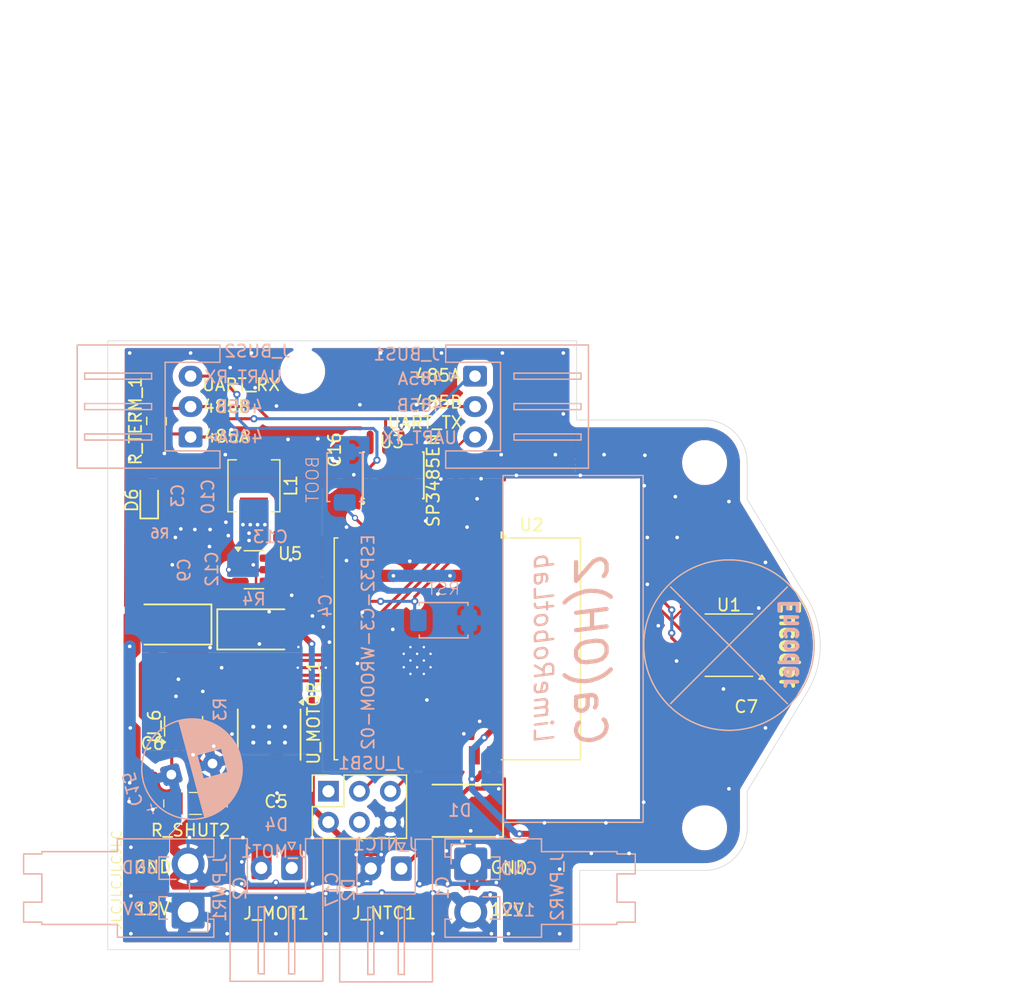
<source format=kicad_pcb>
(kicad_pcb (version 20241229) (generator "pcbnew") (generator_version "9.0")
  (layers (0 "F.Cu" signal) (2 "B.Cu" signal) (13 "F.Paste" user) (15 "B.Paste" user) (5 "F.SilkS" user "F.Silkscreen") (7 "B.SilkS" user "B.Silkscreen") (1 "F.Mask" user) (3 "B.Mask" user) (25 "Edge.Cuts" user))
  (net 0 "")
  (net 1 "/D+")
  (net 2 "/D-")
  (net 3 "GND")
  (net 4 "+12V")
  (net 5 "/RST_BTM")
  (net 6 "/Mot1")
  (net 7 "/Mot2")
  (net 8 "/V_IN")
  (net 9 "Net-(U5-VBST)")
  (net 10 "/TPS_SW")
  (net 11 "/usb_5v")
  (net 13 "/RS485B")
  (net 14 "/UART_TX")
  (net 16 "/RS485A")
  (net 17 "/UART_RX")
  (net 20 "Net-(U5-VFB)")
  (net 21 "/NTC_PIN")
  (net 24 "+3.3V")
  (net 25 "Net-(U_MOTOR_1-ILIM)")
  (net 26 "Net-(U5-EN)")
  (net 27 "/SCL")
  (net 28 "/SDA")
  (net 29 "/V_motor")
  (net 30 "/BOOT_BTM")
  (net 33 "/pwm2_io3")
  (net 34 "/485_RE_DE")
  (net 35 "/pwm1_io2")
  (net 36 "Net-(D6-Pad1)")
  (footprint "PCM_JLCPCB:C_0603" (layer "F.Cu") (at 107.5 68.7 90)
    (property "Reference" "C12")
    (property "Value" "100nF")
  )
  (footprint "MountingHole:MountingHole_3.2mm_M3_DIN965" (layer "F.Cu") (at 115 52.5)
    (property "Reference" "H1" (hide yes))
    (property "Value" "M3 Mount")
  )
  (footprint "PCM_JLCPCB:C_0603" (layer "F.Cu") (at 129.8 62.05 180)
    (property "Reference" "C8" (hide yes))
    (property "Value" "10nF")
  )
  (footprint "PCM_JLCPCB:R_0402" (layer "F.Cu") (at 146.75 71.7 180)
    (property "Reference" "R_i2c1" (hide yes))
    (property "Value" "4.7kΩ" (hide yes))
  )
  (footprint "Package_TO_SOT_SMD:SOT-23-8" (layer "F.Cu") (at 105.225 81.6625 90)
    (property "Reference" "U_6")
    (property "Value" "INA219BxD")
  )
  (footprint "PCM_JLCPCB:C_0805" (layer "F.Cu") (at 129.6 64.05 180)
    (property "Reference" "C14" (hide yes))
    (property "Value" "10uF")
  )
  (footprint "PCM_JLCPCB:R_0402" (layer "F.Cu") (at 130.2 85.6 180)
    (property "Reference" "R2" (hide yes))
    (property "Value" "10kΩ" (hide yes))
  )
  (footprint "PCM_JLCPCB:R_0402" (layer "F.Cu") (at 114 69.3 90)
    (property "Reference" "R7" (hide yes))
    (property "Value" "10kΩ" (hide yes))
  )
  (footprint "PCM_JLCPCB:D_DFN1006-2L" (layer "F.Cu") (at 112.9 89.95 180)
    (property "Reference" "D4")
    (property "Value" "H15VL10B" (hide yes))
  )
  (footprint "RF_Module:ESP32-C3-WROOM-02" (layer "F.Cu") (at 124.6 75.3 -90)
    (property "Reference" "U2")
    (property "Value" "ESP32-C3-WROOM-02")
  )
  (footprint "PCM_JLCPCB:C_1206" (layer "F.Cu") (at 116.9 95.05 90)
    (property "Reference" "C17")
    (property "Value" "4.7uF")
  )
  (footprint "PCM_JLCPCB:SOIC-8_L5.0-W4.0-P1.27-LS6.0-BL" (layer "F.Cu") (at 122.45 61.05)
    (property "Reference" "U3")
    (property "Value" "SP3485EN")
  )
  (footprint "PCM_JLCPCB:C_1206" (layer "F.Cu") (at 125.7 95.05 90)
    (property "Reference" "C1")
    (property "Value" "4.7uF")
  )
  (footprint "Package_SO:Texas_HTSOP-8-1EP_3.9x4.9mm_P1.27mm_EP2.95x4.9mm_Mask2.4x3.1mm_ThermalVias" (layer "F.Cu") (at 112.25 82.35 -90)
    (property "Reference" "U_MOTOR_1")
    (property "Value" "DRV8871DDA")
  )
  (footprint "PCM_JLCPCB:D_0603" (layer "F.Cu") (at 102.4 63.1 90)
    (property "Reference" "D6")
    (property "Value" "Red")
  )
  (footprint "Connector_PinSocket_2.54mm:PinSocket_2x03_P2.54mm_Vertical" (layer "F.Cu") (at 117.12 87 90)
    (property "Reference" "J_USB1")
    (property "Value" "USB_PAD")
  )
  (footprint "PCM_JLCPCB:C_1206" (layer "F.Cu") (at 108.8 95.05 90)
    (property "Reference" "C2")
    (property "Value" "220nF")
  )
  (footprint "PCM_JLCPCB:R_0805" (layer "F.Cu") (at 108.1 80.2 -90)
    (property "Reference" "R3")
    (property "Value" "68kΩ")
  )
  (footprint "PCM_JLCPCB:C_1206" (layer "F.Cu") (at 107.2 62.8 -90)
    (property "Reference" "C10")
    (property "Value" "22uF")
  )
  (footprint "Package_SO:SOIC-8_3.9x4.9mm_P1.27mm" (layer "F.Cu") (at 150 75 180)
    (property "Reference" "U1")
    (property "Value" "AS5600")
  )
  (footprint "PCM_JLCPCB:C_0603" (layer "F.Cu") (at 116.7 71.78 -90)
    (property "Reference" "C4")
    (property "Value" "100nF")
  )
  (footprint "PCM_JLCPCB:R_0402" (layer "F.Cu") (at 116.7 69.28 -90)
    (property "Reference" "R5" (hide yes))
    (property "Value" "10kΩ" (hide yes))
  )
  (footprint "PCM_JLCPCB:C_1206" (layer "F.Cu") (at 112.9 88.15)
    (property "Reference" "C5")
    (property "Value" "100nF" (hide yes))
  )
  (footprint "PCM_JLCPCB:C_1206" (layer "F.Cu") (at 104.7 62.78 -90)
    (property "Reference" "C3")
    (property "Value" "22uF")
  )
  (footprint "PCM_JLCPCB:D_DFN1006-2L" (layer "F.Cu") (at 118.7 95.05 -90)
    (property "Reference" "D2")
    (property "Value" "H15VL10B")
  )
  (footprint "PCM_JLCPCB:R_0402" (layer "F.Cu") (at 145.5 70.45 180)
    (property "Reference" "R_i2c2" (hide yes))
    (property "Value" "4.7kΩ" (hide yes))
  )
  (footprint "digikey-footprints:1206" (layer "F.Cu") (at 106.2 88 180)
    (property "Reference" "R_SHUT2")
    (property "Value" "0.05ohm")
  )
  (footprint "PCM_JLCPCB:D_SMB" (layer "F.Cu") (at 127.8 88.6 180)
    (property "Reference" "D1")
    (property "Value" "SMBJ6.5CA")
  )
  (footprint "Inductor_SMD:L_Vishay_IHLP-1616" (layer "F.Cu") (at 111 61.90775 -90)
    (property "Reference" "L1")
    (property "Value" "2.2uH")
  )
  (footprint "PCM_JLCPCB:R_0402" (layer "F.Cu") (at 115.5 69.3 -90)
    (property "Reference" "R1" (hide yes))
    (property "Value" "33kΩ" (hide yes))
  )
  (footprint "PCM_JLCPCB:C_0603" (layer "F.Cu") (at 151.6 78.6 180)
    (property "Reference" "C7")
    (property "Value" "100nF")
  )
  (footprint "Package_TO_SOT_SMD:SOT-23-6" (layer "F.Cu") (at 111 68.8)
    (property "Reference" "U5")
    (property "Value" "TPS563200")
  )
  (footprint "PCM_JLCPCB:R_0402" (layer "F.Cu") (at 103.4 65.8)
    (property "Reference" "R6")
    (property "Value" "1kΩ" (hide yes))
  )
  (footprint "PCM_JLCPCB:C_0603" (layer "F.Cu") (at 119.2 59.05 -90)
    (property "Reference" "C16")
    (property "Value" "100nF")
  )
  (footprint "PCM_JLCPCB:C_0603" (layer "F.Cu") (at 112.25 66.05)
    (property "Reference" "C13")
    (property "Value" "100nF")
  )
  (footprint "PCM_JLCPCB:D_SMA" (layer "F.Cu") (at 111.5 73.7)
    (property "Reference" "D3" (hide yes))
    (property "Value" "SS34")
  )
  (footprint "PCM_JLCPCB:C_1206" (layer "F.Cu") (at 105.3 68.8 90)
    (property "Reference" "C9")
    (property "Value" "10uF")
  )
  (footprint "PCM_JLCPCB:C_0603" (layer "F.Cu") (at 102.8 81 90)
    (property "Reference" "C6")
    (property "Value" "100nF")
  )
  (footprint "MountingHole:MountingHole_3.2mm_M3_DIN965" (layer "F.Cu") (at 148 90)
    (property "Reference" "H2" (hide yes))
    (property "Value" "M3 Mount")
  )
  (footprint "MountingHole:MountingHole_3.2mm_M3_DIN965" (layer "F.Cu") (at 148 60)
    (property "Reference" "H3" (hide yes))
    (property "Value" "M3 Mount")
  )
  (footprint "digikey-footprints:0805" (layer "F.Cu") (at 103 56.6 -90)
    (property "Reference" "R_TERM_1")
    (property "Value" "120")
  )
  (footprint "PCM_JLCPCB:D_SMA" (layer "F.Cu") (at 104 73.3 180)
    (property "Reference" "D5" (hide yes))
    (property "Value" "SS34")
  )
  (footprint "PCM_JLCPCB:R_0603" (layer "F.Cu") (at 111 71.2)
    (property "Reference" "R4")
    (property "Value" "10kΩ")
  )
  (footprint "Connector_JST:JST_XH_S2B-XH-A_1x02_P2.50mm_Horizontal" (layer "B.Cu") (at 114.1 93.3 180)
    (property "Reference" "J_MOT1")
    (property "Value" "B2B-XH-A_LF__SN_")
  )
  (footprint "PCM_JLCPCB:SW_TS-1088-AR02016" (layer "B.Cu") (at 118.45 61.2 90)
    (property "Reference" "S2" (hide yes))
    (property "Value" "BOOT_BTM")
  )
  (footprint "Connector_JST:JST_XH_S3B-XH-A_1x03_P2.50mm_Horizontal" (layer "B.Cu") (at 129.155 52.9 -90)
    (property "Reference" "J_BUS1")
    (property "Value" "B3B-XH-A_LF__SN_")
  )
  (footprint "Connector_JST:JST_VH_S2P-VH_1x02_P3.96mm_Horizontal" (layer "B.Cu") (at 105.6 96.93 90)
    (property "Reference" "J_PWR1")
    (property "Value" "B2P-VH_LF__SN_")
  )
  (footprint "Capacitor_THT:CP_Radial_D8.0mm_P3.50mm" (layer "B.Cu") (at 104.21926 85.630867 15)
    (property "Reference" "C15")
    (property "Value" "47uF")
  )
  (footprint "PCM_JLCPCB:SW_TS-1088-AR02016" (layer "B.Cu") (at 126.575 72.95)
    (property "Reference" "S1" (hide yes))
    (property "Value" "RST_BTM")
  )
  (footprint "Connector_JST:JST_VH_S2P-VH_1x02_P3.96mm_Horizontal" (layer "B.Cu") (at 128.8 92.97 -90)
    (property "Reference" "J_PWR2")
    (property "Value" "B2P-VH_LF__SN_")
  )
  (footprint "Connector_JST:JST_XH_S2B-XH-A_1x02_P2.50mm_Horizontal" (layer "B.Cu") (at 123.1 93.35 180)
    (property "Reference" "J_NTC1")
    (property "Value" "NTC 10K")
  )
  (footprint "Connector_JST:JST_XH_S3B-XH-A_1x03_P2.50mm_Horizontal" (layer "B.Cu") (at 105.8 57.9 90)
    (property "Reference" "J_BUS2")
    (property "Value" "B3B-XH-A_LF__SN_")
  )
  (gr_circle (center 150.011625 74.988375) (end 157.011625 74.988375) (stroke (width 0.1)) (fill no) (layer "F.SilkS"))
  (gr_line (start 150.011625 74.988375) (end 145.2 70.2) (stroke (width 0.1)) (layer "F.SilkS"))
  (gr_line (start 150.011625 74.988375) (end 154.8 70.2) (stroke (width 0.1)) (layer "F.SilkS"))
  (gr_line (start 150.011625 74.988375) (end 154.8 79.8) (stroke (width 0.1)) (layer "F.SilkS"))
  (gr_line (start 150.011625 74.988375) (end 145.2 79.8) (stroke (width 0.1)) (layer "F.SilkS"))
  (gr_rect (start 131.45 61.05) (end 142.95 89.55) (stroke (width 0.1)) (fill no) (layer "F.SilkS"))
  (gr_line (start 150 75) (end 154.811625 70.211625) (stroke (width 0.1)) (layer "B.SilkS"))
  (gr_line (start 150 75) (end 145.211625 79.811625) (stroke (width 0.1)) (layer "B.SilkS"))
  (gr_line (start 150 75) (end 154.811625 79.811625) (stroke (width 0.1)) (layer "B.SilkS"))
  (gr_line (start 150 75) (end 145.211625 70.211625) (stroke (width 0.1)) (layer "B.SilkS"))
  (gr_circle (center 150 75) (end 143 75) (stroke (width 0.1)) (fill no) (layer "B.SilkS"))
  (gr_rect (start 131.45 61.05) (end 142.95 89.55) (stroke (width 0.1)) (fill no) (layer "B.SilkS"))
  (gr_arc (start 147.999999 56.500001) (mid 150.474873 57.525127) (end 151.499999 60.000001) (stroke (width 0.05)) (layer "Edge.Cuts"))
  (gr_line (start 151.5 87) (end 156.4 78.9) (stroke (width 0.05)) (layer "Edge.Cuts"))
  (gr_line (start 137.5 50) (end 99 50) (stroke (width 0.05)) (layer "Edge.Cuts"))
  (gr_line (start 99 100) (end 137.75 100) (stroke (width 0.05)) (layer "Edge.Cuts"))
  (gr_line (start 151.499998 63.000001) (end 156.399998 71.100001) (stroke (width 0.05)) (layer "Edge.Cuts"))
  (gr_arc (start 151.5 90) (mid 150.474874 92.474874) (end 148 93.5) (stroke (width 0.05)) (layer "Edge.Cuts"))
  (gr_line (start 99 50) (end 99 100) (stroke (width 0.05)) (layer "Edge.Cuts"))
  (gr_line (start 137.5 50) (end 137.5 56.5) (stroke (width 0.05)) (layer "Edge.Cuts"))
  (gr_arc (start 156.399586 71.09932) (mid 157.494665 74.999603) (end 156.399999 78.900002) (stroke (width 0.05)) (layer "Edge.Cuts"))
  (gr_line (start 148 56.500001) (end 137.5 56.5) (stroke (width 0.05)) (layer "Edge.Cuts"))
  (gr_line (start 148 93.5) (end 137.75 93.5) (stroke (width 0.05)) (layer "Edge.Cuts"))
  (gr_line (start 137.75 93.5) (end 137.75 100) (stroke (width 0.05)) (layer "Edge.Cuts"))
  (gr_line (start 151.5 90) (end 151.5 87) (stroke (width 0.05)) (layer "Edge.Cuts"))
  (gr_line (start 151.499998 60.000001) (end 151.499998 63.000001) (stroke (width 0.05)) (layer "Edge.Cuts"))
  (gr_text "485A" (at 106.8 58.425 -0) (layer "F.SilkS") (effects (font (size 1 1)) (justify left bottom)))
  (gr_text "GND" (at 101.075 93.8 0) (layer "F.SilkS") (effects (font (size 1 1)) (justify left bottom)))
  (gr_text "Encoder" (at 154.075 71.125 270) (layer "F.SilkS") (effects (font (size 1.5 1.2) (thickness 0.3) (bold yes)) (justify left bottom)))
  (gr_text "UART_TX" (at 121.875 57.3 -0) (layer "F.SilkS") (effects (font (size 1 1)) (justify left bottom)))
  (gr_text "485B" (at 124.15 55.625 -0) (layer "F.SilkS") (effects (font (size 1 1)) (justify left bottom)))
  (gr_text "JLCJLCJLCJLC" (at 100.2 98.475 90) (layer "F.SilkS") (effects (font (size 0.8 0.8) (thickness 0.1)) (justify left bottom)))
  (gr_text "UART_RX" (at 106.65 54.2 -0) (layer "F.SilkS") (effects (font (size 1 1)) (justify left bottom)))
  (gr_text "485B" (at 106.725 55.975 -0) (layer "F.SilkS") (effects (font (size 1 1)) (justify left bottom)))
  (gr_text "485A" (at 124.15 53.425 -0) (layer "F.SilkS") (effects (font (size 1 1)) (justify left bottom)))
  (gr_text "12V" (at 101.2 97.25 0) (layer "F.SilkS") (effects (font (size 1 1)) (justify left bottom)))
  (gr_text "J_NTC1" (at 121.675 97 -0) (layer "F.SilkS") (effects (font (size 1 1))))
  (gr_text "GND" (at 130.325 93.85 0) (layer "F.SilkS") (effects (font (size 1 1)) (justify left bottom)))
  (gr_text "12V" (at 130.3 97.3 0) (layer "F.SilkS") (effects (font (size 1 1)) (justify left bottom)))
  (gr_text "J_MOT1" (at 112.825 97.025 -0) (layer "F.SilkS") (effects (font (size 1 1))))
  (gr_text "Ca(OH)2" (at 137.125 83.625 270) (layer "B.SilkS") (effects (font (size 2.5 2.5) (thickness 0.35) (italic yes)) (justify left bottom mirror)))
  (gr_text "GND" (at 134.375 93.95 -0) (layer "B.SilkS") (effects (font (size 1 1)) (justify left bottom mirror)))
  (gr_text "12V" (at 134.2 97.35 -0) (layer "B.SilkS") (effects (font (size 1 1)) (justify left bottom mirror)))
  (gr_text "UART_TX" (at 127.775 58.55 0) (layer "B.SilkS") (effects (font (size 1 1)) (justify left bottom mirror)))
  (gr_text "12V" (at 103.1 97.25 -0) (layer "B.SilkS") (effects (font (size 1 1)) (justify left bottom mirror)))
  (gr_text "485A" (at 111.85 58.475 0) (layer "B.SilkS") (effects (font (size 1 1)) (justify left bottom mirror)))
  (gr_text "RST" (at 128 70.95 0) (layer "B.SilkS") (effects (font (size 1 1) (thickness 0.1)) (justify left bottom mirror)))
  (gr_text "GND" (at 103.275 93.85 -0) (layer "B.SilkS") (effects (font (size 1 1)) (justify left bottom mirror)))
  (gr_text "LimeRobotLab" (at 133.875 83.225 270) (layer "B.SilkS") (effects (font (size 1.5 1.5) (thickness 0.2) (italic yes)) (justify left bottom mirror)))
  (gr_text "485A" (at 126.625 53.7 0) (layer "B.SilkS") (effects (font (size 1 1)) (justify left bottom mirror)))
  (gr_text "UART_RX" (at 113.425 53.55 0) (layer "B.SilkS") (effects (font (size 1 1)) (justify left bottom mirror)))
  (gr_text "485B" (at 126.675 55.9 0) (layer "B.SilkS") (effects (font (size 1 1)) (justify left bottom mirror)))
  (gr_text "BOOT" (at 116.4 59.4 90) (layer "B.SilkS") (effects (font (size 1 1) (thickness 0.1)) (justify left bottom mirror)))
  (gr_text "Encoder" (at 155.825 71.125 -270) (layer "B.SilkS") (effects (font (size 1.5 1.2) (thickness 0.3) (bold yes)) (justify left bottom mirror)))
  (gr_text "485B" (at 111.825 56 0) (layer "B.SilkS") (effects (font (size 1 1)) (justify left bottom mirror)))
  (segment (start 124.6 84.25) (end 124.6 84.8) (width 0.25) (layer "F.Cu") (net 1))
  (segment (start 124.6 84.8) (end 122.2 87.2) (width 0.25) (layer "F.Cu") (net 1))
  (segment (start 122.452 85.5) (end 121.36 85.5) (width 0.25) (layer "F.Cu") (net 2))
  (segment (start 121.36 85.5) (end 119.66 87.2) (width 0.25) (layer "F.Cu") (net 2))
  (segment (start 123.1 84.852) (end 122.452 85.5) (width 0.25) (layer "F.Cu") (net 2))
  (segment (start 123.1 84.25) (end 123.1 84.852) (width 0.25) (layer "F.Cu") (net 2))
  (segment (start 137.8 60.95) (end 132.55 60.95) (width 0.25) (layer "F.Cu") (net 3))
  (segment (start 129.55 94.5) (end 129.2 94.85) (width 0.35) (layer "F.Cu") (net 3))
  (segment (start 125.3 62.7) (end 125.3 63.8) (width 0.25) (layer "F.Cu") (net 3))
  (segment (start 108.7 64.8) (end 108.7 64.9) (width 0.25) (layer "F.Cu") (net 3))
  (segment (start 114.55 75.25) (end 111.8 75.25) (width 0.25) (layer "F.Cu") (net 3))
  (segment (start 110.3 94.9) (end 115.5 94.9) (width 0.35) (layer "F.Cu") (net 3))
  (segment (start 107.9 75.25) (end 107.412097 75.25) (width 0.25) (layer "F.Cu") (net 3))
  (segment (start 128.502 59.498) (end 126.2 61.8) (width 0.25) (layer "F.Cu") (net 3))
  (segment (start 110 94.6) (end 110.3 94.9) (width 0.35) (layer "F.Cu") (net 3))
  (segment (start 107.45 75.25) (end 107.4 75.2) (width 0.25) (layer "F.Cu") (net 3))
  (segment (start 114.6 76.85) (end 116.9 76.85) (width 0.25) (layer "F.Cu") (net 3))
  (segment (start 104.9 80.525) (end 104.9 79.5) (width 0.25) (layer "F.Cu") (net 3))
  (segment (start 150.82 78.6) (end 149.55 78.6) (width 0.5) (layer "F.Cu") (net 3))
  (segment (start 128.65 62.42) (end 129.02 62.05) (width 0.5) (layer "F.Cu") (net 3))
  (segment (start 108.35 76.85) (end 114.6 76.85) (width 0.25) (layer "F.Cu") (net 3))
  (segment (start 118.6 66.55) (end 118.6 68.05) (width 0.5) (layer "F.Cu") (net 3))
  (segment (start 152.475 71.975) (end 152.45 71.95) (width 0.5) (layer "F.Cu") (net 3))
  (segment (start 103.82 79.2) (end 102.8 80.22) (width 0.25) (layer "F.Cu") (net 3))
  (segment (start 115.5 94.9) (end 115.8 94.6) (width 0.35) (layer "F.Cu") (net 3))
  (segment (start 130.2 60.95) (end 131.6 60.95) (width 0.25) (layer "F.Cu") (net 3))
  (segment (start 114.155 80.445) (end 112.25 82.35) (width 0.25) (layer "F.Cu") (net 3))
  (segment (start 125.3 63.8) (end 125.3 64.6) (width 0.25) (layer "F.Cu") (net 3))
  (segment (start 105.55 82.8) (end 105.55 83.55) (width 0.35) (layer "F.Cu") (net 3))
  (segment (start 110.8 75.25) (end 111.1 75.25) (width 0.25) (layer "F.Cu") (net 3))
  (segment (start 131.6 60.95) (end 132.45 60.95) (width 0.25) (layer "F.Cu") (net 3))
  (segment (start 120.6 92.2) (end 120.6 93.35) (width 0.25) (layer "F.Cu") (net 3))
  (segment (start 132.525 60.95) (end 132.55 60.975) (width 0.25) (layer "F.Cu") (net 3))
  (segment (start 132.55 60.95) (end 130.2 60.95) (width 0.25) (layer "F.Cu") (net 3))
  (segment (start 142.528192 60.95) (end 137.8 60.95) (width 0.25) (layer "F.Cu") (net 3))
  (segment (start 129.95 87.95) (end 131.1 86.8) (width 0.5) (layer "F.Cu") (net 3))
  (segment (start 126.1 61.9) (end 126.35 61.65) (width 0.25) (layer "F.Cu") (net 3))
  (segment (start 130.9 94.5) (end 129.55 94.5) (width 0.35) (layer "F.Cu") (net 3))
  (segment (start 143.312622 59.821) (end 142.989622 59.498) (width 0.25) (layer "F.Cu") (net 3))
  (segment (start 106.725 84.725) (end 106 84) (width 0.35) (layer "F.Cu") (net 3))
  (segment (start 125.09 58.34) (end 125.1 58.35) (width 0.25) (layer "F.Cu") (net 3))
  (segment (start 114 64.07775) (end 112.22225 62.3) (width 0.25) (layer "F.Cu") (net 3))
  (segment (start 120.6 92.2) (end 121.45 92.2) (width 0.25) (layer "F.Cu") (net 3))
  (segment (start 152.475 73.095) (end 152.475 71.975) (width 0.5) (layer "F.Cu") (net 3))
  (segment (start 143.3 62.4) (end 143.3 61.721808) (width 0.25) (layer "F.Cu") (net 3))
  (segment (start 107.412097 75.25) (end 107.354032 75.308065) (width 0.25) (layer "F.Cu") (net 3))
  (segment (start 109.7 62.3) (end 108.7 63.3) (width 0.25) (layer "F.Cu") (net 3))
  (segment (start 126.1 61.9) (end 125.3 62.7) (width 0.25) (layer "F.Cu") (net 3))
  (segment (start 107.6 84.725) (end 106.725 84.725) (width 0.35) (layer "F.Cu") (net 3))
  (segment (start 145.6 62.108378) (end 143.312622 59.821) (width 0.25) (layer "F.Cu") (net 3))
  (segment (start 131.6 60.95) (end 132.525 60.95) (width 0.25) (layer "F.Cu") (net 3))
  (segment (start 145.6 62.8) (end 145.6 62.108378) (width 0.25) (layer "F.Cu") (net 3))
  (segment (start 104.6 78.062097) (end 104.6 79.2) (width 0.25) (layer "F.Cu") (net 3))
  (segment (start 111.1 75.25) (end 111.45 74.9) (width 0.25) (layer "F.Cu") (net 3))
  (segment (start 104.6 79.2) (end 103.82 79.2) (width 0.25) (layer "F.Cu") (net 3))
  (segment (start 104.25 80.525) (end 104.25 79.55) (width 0.25) (layer "F.Cu") (net 3))
  (segment (start 115.84 72.56) (end 115.8 72.6) (width 0.25) (layer "F.Cu") (net 3))
  (segment (start 128.65 64.05) (end 128.65 62.42) (width 0.5) (layer "F.Cu") (net 3))
  (segment (start 106.8 78.03781) (end 106.8 78.8) (width 0.25) (layer "F.Cu") (net 3))
  (segment (start 107.9 75.25) (end 109.3 75.25) (width 0.25) (layer "F.Cu") (net 3))
  (segment (start 130.025 60.95) (end 129.65 61.325) (width 0.25) (layer "F.Cu") (net 3))
  (segment (start 108.35 76.85) (end 107.98781 76.85) (width 0.25) (layer "F.Cu") (net 3))
  (segment (start 130.2 60.95) (end 130.025 60.95) (width 0.25) (layer "F.Cu") (net 3))
  (segment (start 107.354032 75.308065) (end 104.6 78.062097) (width 0.25) (layer "F.Cu") (net 3))
  (segment (start 128.25 94.6) (end 128.5 94.85) (width 0.35) (layer "F.Cu") (net 3))
  (segment (start 118.6 66.55) (end 118.6 65.3) (width 0.5) (layer "F.Cu") (net 3))
  (segment (start 142.989622 59.498) (end 128.502 59.498) (width 0.25) (layer "F.Cu") (net 3))
  (segment (start 129.02 61.955) (end 129.65 61.325) (width 0.25) (layer "F.Cu") (net 3))
  (segment (start 128.5 94.85) (end 129.2 94.85) (width 0.35) (layer "F.Cu") (net 3))
  (segment (start 104.25 79.55) (end 104.6 79.2) (width 0.25) (layer "F.Cu") (net 3))
  (segment (start 119.4 92.2) (end 120.6 92.2) (width 0.25) (layer "F.Cu") (net 3))
  (segment (start 124.36 58.34) (end 125.09 58.34) (width 0.25) (layer "F.Cu") (net 3))
  (segment (start 128.65 63.65) (end 129.325 62.975) (width 0.5) (layer "F.Cu") (net 3))
  (segment (start 106.8 79.81) (end 106.8 78.8) (width 0.25) (layer "F.Cu") (net 3))
  (segment (start 125.3 63.8) (end 125.3 64.9) (width 0.25) (layer "F.Cu") (net 3))
  (segment (start 109.3 75.25) (end 107.45 75.25) (width 0.25) (layer "F.Cu") (net 3))
  (segment (start 143.3 61.721808) (end 142.528192 60.95) (width 0.25) (layer "F.Cu") (net 3))
  (segment (start 107.98781 76.85) (end 106.8 78.03781) (width 0.25) (layer "F.Cu") (net 3))
  (segment (start 114.65 75.15) (end 114.55 75.25) (width 0.25) (layer "F.Cu") (net 3))
  (segment (start 105.55 83.55) (end 106 84) (width 0.35) (layer "F.Cu") (net 3))
  (segment (start 112.22225 62.3) (end 109.7 62.3) (width 0.25) (layer "F.Cu") (net 3))
  (segment (start 114 68.8) (end 114 64.07775) (width 0.25) (layer "F.Cu") (net 3))
  (segment (start 108.7 63.3) (end 108.7 64.8) (width 0.25) (layer "F.Cu") (net 3))
  (segment (start 111.8 75.25) (end 111.45 74.9) (width 0.25) (layer "F.Cu") (net 3))
  (segment (start 109.3 75.25) (end 110.8 75.25) (width 0.25) (layer "F.Cu") (net 3))
  (segment (start 104.9 79.5) (end 104.6 79.2) (width 0.25) (layer "F.Cu") (net 3))
  (segment (start 126.35 61.65) (end 126.35 61.35) (width 0.25) (layer "F.Cu") (net 3))
  (segment (start 126.2 61.8) (end 126.1 61.9) (width 0.25) (layer "F.Cu") (net 3))
  (segment (start 125.3 64.6) (end 125.1 64.8) (width 0.25) (layer "F.Cu") (net 3))
  (segment (start 119.2 59.83) (end 119.2 61) (width 0.25) (layer "F.Cu") (net 3))
  (segment (start 108.1 81.11) (end 106.8 79.81) (width 0.25) (layer "F.Cu") (net 3))
  (segment (start 132.45 60.95) (end 132.55 61.05) (width 0.25) (layer "F.Cu") (net 3))
  (segment (start 116.7 72.56) (end 115.84 72.56) (width 0.25) (layer "F.Cu") (net 3))
  (segment (start 116.7 72.56) (end 116.7 73.5) (width 0.25) (layer "F.Cu") (net 3))
  (segment (start 126.9 94.6) (end 128.25 94.6) (width 0.35) (layer "F.Cu") (net 3))
  (via (at 108.65 59.35) (size 0.6) (drill 0.3) (layers "F.Cu" "B.Cu") (net 3))
  (via (at 110 94.6) (size 0.6) (drill 0.3) (layers "F.Cu" "B.Cu") (net 3))
  (via (at 143 87.9) (size 0.6) (drill 0.3) (layers "F.Cu" "B.Cu") (net 3))
  (via (at 121.45 92.2) (size 0.5) (drill 0.3) (layers "F.Cu" "B.Cu") (net 3))
  (via (at 108.4 90.8) (size 0.6) (drill 0.3) (layers "F.Cu" "B.Cu") (net 3))
  (via (at 136.4 56) (size 0.5) (drill 0.3) (layers "F.Cu" "B.Cu") (net 3))
  (via (at 112.25 72.25) (size 0.6) (drill 0.3) (layers "F.Cu" "B.Cu") (net 3))
  (via (at 104.8 77.8) (size 0.5) (drill 0.3) (layers "F.Cu" "B.Cu") (net 3))
  (via (at 105.8 51) (size 0.5) (drill 0.3) (layers "F.Cu" "B.Cu") (net 3))
  (via (at 129.534832 81.253627) (size 0.6) (drill 0.3) (layers "F.Cu" "B.Cu") (net 3))
  (via (at 106 84) (size 0.6) (drill 0.3) (layers "F.Cu" "B.Cu") (net 3))
  (via (at 115.8 90.8) (size 0.6) (drill 0.3) (layers "F.Cu" "B.Cu") (net 3))
  (via (at 134.85 89.6) (size 0.6) (drill 0.3) (layers "F.Cu" "B.Cu") (net 3))
  (via (at 128.5 65.3) (size 0.5) (drill 0.3) (layers "F.Cu" "B.Cu") (net 3))
  (via (at 130.9 94.5) (size 0.6) (drill 0.3) (layers "F.Cu" "B.Cu") (net 3))
  (via (at 136.1 93.4) (size 0.6) (drill 0.3) (layers "F.Cu" "B.Cu") (net 3))
  (via (at 145.75 66.15) (size 0.6) (drill 0.3) (layers "F.Cu" "B.Cu") (net 3))
  (via (at 138.7 92.1) (size 0.6) (drill 0.3) (layers "F.Cu" "B.Cu") (net 3))
  (via (at 106.8 78.8) (size 0.5) (drill 0.3) (layers "F.Cu" "B.Cu") (net 3))
  (via (at 145.7 76.3) (size 0.6) (drill 0.3) (layers "F.Cu" "B.Cu") (net 3))
  (via (at 145.6 62.8) (size 0.6) (drill 0.3) (layers "F.Cu" "B.Cu") (net 3))
  (via (at 153 68.2) (size 0.6) (drill 0.3) (layers "F.Cu" "B.Cu") (net 3))
  (via (at 124.6 94.6) (size 0.6) (drill 0.3) (layers "F.Cu" "B.Cu") (net 3))
  (via (at 119.9 72.3) (size 0.6) (drill 0.3) (layers "F.Cu" "B.Cu") (net 3))
  (via (at 149.55 78.6) (size 0.6) (drill 0.3) (layers "F.Cu" "B.Cu") (net 3))
  (via (at 141.8 92.1) (size 0.6) (drill 0.3) (layers "F.Cu" "B.Cu") (net 3))
  (via (at 110.1 90.8) (size 0.6) (drill 0.3) (layers "F.Cu" "B.Cu") (net 3))
  (via (at 143.05 61.9) (size 0.6) (drill 0.3) (layers "F.Cu" "B.Cu") (net 3))
  (via (at 115.8 72.6) (size 0.6) (drill 0.3) (layers "F.Cu" "B.Cu") (net 3))
  (via (at 150 86.8) (size 0.6) (drill 0.3) (layers "F.Cu" "B.Cu") (net 3))
  (via (at 135.75 59.35) (size 0.5) (drill 0.3) (layers "F.Cu" "B.Cu") (net 3))
  (via (at 103.65 59.25) (size 0.6) (drill 0.3) (layers "F.Cu" "B.Cu") (net 3))
  (via (at 126.35 61.35) (size 0.6) (drill 0.3) (layers "F.Cu" "B.Cu") (net 3))
  (via (at 104.55 66.15) (size 0.6) (drill 0.3) (layers "F.Cu" "B.Cu") (net 3))
  (via (at 107.4 65.5) (size 0.6) (drill 0.3) (layers "F.Cu" "B.Cu") (net 3))
  (via (at 126.8 91.9) (size 0.6) (drill 0.3) (layers "F.Cu" "B.Cu") (net 3))
  (via (at 112.85 55.35) (size 0.6) (drill 0.3) (layers "F.Cu" "B.Cu") (net 3))
  (via (at 119.6 94.6) (size 0.6) (drill 0.3) (layers "F.Cu" "B.Cu") (net 3))
  (via (at 122.4 73.7) (size 0.6) (drill 0.3) (layers "F.Cu" "B.Cu") (net 3))
  (via (at 139.75 59.35) (size 0.5) (drill 0.3) (layers "F.Cu" "B.Cu") (net 3))
  (via (at 126.1 70.8) (size 0.6) (drill 0.3) (layers "F.Cu" "B.Cu") (net 3))
  (via (at 104.6 79.2) (size 0.6) (drill 0.3) (layers "F.Cu" "B.Cu") (net 3))
  (via (at 131.4 51) (size 0.5) (drill 0.3) (layers "F.Cu" "B.Cu") (net 3))
  (via (at 109.05 52.2) (size 0.6) (drill 0.3) (layers "F.Cu" "B.Cu") (net 3))
  (via (at 107.7 83.3) (size 0.6) (drill 0.3) (layers "F.Cu" "B.Cu") (net 3))
  (via (at 111.45 74.9) (size 0.6) (drill 0.3) (layers "F.Cu" "B.Cu") (net 3))
  (via (at 152.45 71.95) (size 0.6) (drill 0.3) (layers "F.Cu" "B.Cu") (net 3))
  (via (at 118.6 68.05) (size 0.6) (drill 0.3) (layers "F.Cu" "B.Cu") (net 3))
  (via (at 125.2 79.5) (size 0.6) (drill 0.3) (layers "F.Cu" "B.Cu") (net 3))
  (via (at 116.25 58.05) (size 0.6) (drill 0.3) (layers "F.Cu" "B.Cu") (net 3))
  (via (at 112.9 87.15) (size 0.6) (drill 0.3) (layers "F.Cu" "B.Cu") (net 3))
  (via (at 108.7 64.9) (size 0.6) (drill 0.3) (layers "F.Cu" "B.Cu") (net 3))
  (via (at 110.8 51) (size 0.5) (drill 0.3) (layers "F.Cu" "B.Cu") (net 3))
  (via (at 119.7 55.25) (size 0.6) (drill 0.3) (layers "F.Cu" "B.Cu") (net 3))
  (via (at 104.3 68.4) (size 0.6) (drill 0.3) (layers "F.Cu" "B.Cu") (net 3))
  (via (at 117.2 74.75) (size 0.6) (drill 0.3) (layers "F.Cu" "B.Cu") (net 3))
  (via (at 125.1 64.8) (size 0.5) (drill 0.3) (layers "F.Cu" "B.Cu") (net 3))
  (via (at 114.1 70.9) (size 0.6) (drill 0.3) (layers "F.Cu" "B.Cu") (net 3))
  (via (at 143.3 70) (size 0.6) (drill 0.3) (layers "F.Cu" "B.Cu") (net 3))
  (via (at 114.6 76.85) (size 0.4) (drill 0.2) (layers "F.Cu" "B.Cu") (net 3))
  (via (at 112.8 94.5) (size 0.5) (drill 0.3) (layers "F.Cu" "B.Cu") (net 3))
  (via (at 128.8 90.25) (size 0.6) (drill 0.3) (layers "F.Cu" "B.Cu") (net 3))
  (via (at 114 68) (size 0.6) (drill 0.3) (layers "F.Cu" "B.Cu") (net 3))
  (via (at 109.2 82.3) (size 0.6) (drill 0.3) (layers "F.Cu" "B.Cu") (net 3))
  (via (at 131.1 86.8) (size 0.6) (drill 0.3) (layers "F.Cu" "B.Cu") (net 3))
  (via (at 105.7 90.8) (size 0.6) (drill 0.3) (layers "F.Cu" "B.Cu") (net 3))
  (via (at 107.35 66.9) (size 0.6) (drill 0.3) (layers "F.Cu" "B.Cu") (net 3))
  (via (at 128.1 91.1) (size 0.6) (drill 0.3) (layers "F.Cu" "B.Cu") (net 3))
  (via (at 100.8 59.7) (size 0.6) (drill 0.3) (layers "F.Cu" "B.Cu") (net 3))
  (via (at 119.4 92.2) (size 0.6) (drill 0.3) (layers "F.Cu" "B.Cu") (net 3))
  (via (at 116.9 76.85) (size 0.4) (drill 0.2) (layers "F.Cu" "B.Cu") (net 3))
  (via (at 143.3 66.15) (size 0.6) (drill 0.3) (layers "F.Cu" "B.Cu") (net 3))
  (via (at 100.8 51) (size 0.5) (drill 0.3) (layers "F.Cu" "B.Cu") (net 3))
  (via (at 131 90.7) (size 0.6) (drill 0.3) (layers "F.Cu" "B.Cu") (net 3))
  (via (at 113.8 58.1) (size 0.6) (drill 0.3) (layers "F.Cu" "B.Cu") (net 3))
  (via (at 124.35 55.25) (size 0.6) (drill 0.3) (layers "F.Cu" "B.Cu") (net 3))
  (via (at 128.234701 82.278233) (size 0.6) (drill 0.3) (layers "F.Cu" "B.Cu") (net 3))
  (via (at 144.2 73.4) (size 0.6) (drill 0.3) (layers "F.Cu" "B.Cu") (net 3))
  (via (at 114.65 75.15) (size 0.4) (drill 0.2) (layers "F.Cu" "B.Cu") (net 3))
  (via (at 100.8 56) (size 0.5) (drill 0.3) (layers "F.Cu" "B.Cu") (net 3))
  (via (at 125.1 58.35) (size 0.6) (drill 0.3) (layers "F.Cu" "B.Cu") (net 3))
  (via (at 121.4 51) (size 0.5) (drill 0.3) (layers "F.Cu" "B.Cu") (net 3))
  (via (at 129.325 62.975) (size 0.6) (drill 0.3) (layers "F.Cu" "B.Cu") (net 3))
  (via (at 108.35 76.85) (size 0.5) (drill 0.3) (layers "F.Cu" "B.Cu") (net 3))
  (via (at 105 65.45) (size 0.6) (drill 0.3) (layers "F.Cu" "B.Cu") (net 3))
  (via (at 126.4 51) (size 0.5) (drill 0.3) (layers "F.Cu" "B.Cu") (net 3))
  (via (at 106.15 65.5) (size 0.6) (drill 0.3) (layers "F.Cu" "B.Cu") (net 3))
  (via (at 112.9 87.85) (size 0.6) (drill 0.3) (layers "F.Cu" "B.Cu") (net 3))
  (via (at 139.9 89.6) (size 0.6) (drill 0.3) (layers "F.Cu" "B.Cu") (net 3))
  (via (at 150 63.2) (size 0.6) (drill 0.3) (layers "F.Cu" "B.Cu") (net 3))
  (via (at 109.15 57.3) (size 0.6) (drill 0.3) (layers "F.Cu" "B.Cu") (net 3))
  (via (at 143.1 59.4) (size 0.5) (drill 0.3) (layers "F.Cu" "B.Cu") (net 3))
  (via (at 115.8 94.6) (size 0.6) (drill 0.3) (layers "F.Cu" "B.Cu") (net 3))
  (via (at 119.2 61) (size 0.6) (drill 0.3) (layers "F.Cu" "B.Cu") (net 3))
  (via (at 119.5 76.5) (size 0.6) (drill 0.3) (layers "F.Cu" "B.Cu") (net 3))
  (via (at 118.6 65.3) (size 0.6) (drill 0.3) (layers "F.Cu" "B.Cu") (net 3))
  (via (at 108.9 66) (size 0.6) (drill 0.3) (layers "F.Cu" "B.Cu") (net 3))
  (via (at 136.4 51) (size 0.5) (drill 0.3) (layers "F.Cu" "B.Cu") (net 3))
  (via (at 136.1 98.7) (size 0.6) (drill 0.3) (layers "F.Cu" "B.Cu") (net 3))
  (via (at 132.55 61.05) (size 0.5) (drill 0.3) (layers "F.Cu" "B.Cu") (net 3))
  (via (at 123.8 68.1) (size 0.5) (drill 0.3) (layers "F.Cu" "B.Cu") (net 3))
  (via (at 116.7 73.5) (size 0.6) (drill 0.3) (layers "F.Cu" "B.Cu") (net 3))
  (via (at 137.8 61.05) (size 0.5) (drill 0.3) (layers "F.Cu" "B.Cu") (net 3))
  (via (at 126.9 94.6) (size 0.6) (drill 0.3) (layers "F.Cu" "B.Cu") (net 3))
  (via (at 129.65 61.325) (size 0.5) (drill 0.3) (layers "F.Cu" "B.Cu") (net 3))
  (via (at 107.4 75.2) (size 0.5) (drill 0.3) (layers "F.Cu" "B.Cu") (net 3))
  (via (at 131.3 59.35) (size 0.5) (drill 0.3) (layers "F.Cu" "B.Cu") (net 3))
  (via (at 111.1 53.85) (size 0.6) (drill 0.3) (layers "F.Cu" "B.Cu") (net 3))
  (via (at 153 81.8) (size 0.6) (drill 0.3) (layers "F.Cu" "B.Cu") (net 3))
  (via (at 131.9 98.7) (size 0.6) (drill 0.3) (layers "F.Cu" "B.Cu") (net 3))
  (via (at 110 92.8) (size 0.6) (drill 0.3) (layers "F.Cu" "B.Cu") (net 3))
  (segment (start 130.8 94.6) (end 130.9 94.5) (width 0.35) (layer "B.Cu") (net 3))
  (segment (start 105.6 94.5) (end 105.75 94.65) (width 0.25) (layer "B.Cu") (net 3))
  (segment (start 110.076 94.676) (end 110 94.6) (width 0.35) (layer "B.Cu") (net 3))
  (segment (start 126.9 94.6) (end 128.75 94.6) (width 0.35) (layer "B.Cu") (net 3))
  (segment (start 112.8 94.5) (end 112.624 94.676) (width 0.35) (layer "B.Cu") (net 3))
  (segment (start 115.8 94.6) (end 115.724 94.676) (width 0.35) (layer "B.Cu") (net 3))
  (segment (start 128.8 94.55) (end 128.8 92.97) (width 0.35) (layer "B.Cu") (net 3))
  (segment (start 112.624 94.676) (end 110.076 94.676) (width 0.35) (layer "B.Cu") (net 3))
  (segment (start 105.6 92.97) (end 105.6 94.5) (width 0.25) (layer "B.Cu") (net 3))
  (segment (start 105.75 94.65) (end 106.45 94.65) (width 0.25) (layer "B.Cu") (net 3))
  (segment (start 115.724 94.676) (end 112.976 94.676) (width 0.35) (layer "B.Cu") (net 3))
  (segment (start 112.976 94.676) (end 112.8 94.5) (width 0.35) (layer "B.Cu") (net 3))
  (segment (start 128.75 94.6) (end 130.8 94.6) (width 0.35) (layer "B.Cu") (net 3))
  (segment (start 119.6 94.6) (end 120.6 94.6) (width 0.25) (layer "B.Cu") (net 3))
  (segment (start 120.6 94.6) (end 120.6 93.35) (width 0.25) (layer "B.Cu") (net 3))
  (segment (start 128.75 94.6) (end 128.8 94.55) (width 0.35) (layer "B.Cu") (net 3))
  (segment (start 105.6 92.97) (end 105.6 90.9) (width 0.25) (layer "B.Cu") (net 3))
  (segment (start 105.6 90.9) (end 105.7 90.8) (width 0.25) (layer "B.Cu") (net 3))
  (segment (start 104.25 82.8) (end 104.25 85.600127) (width 0.25) (layer "F.Cu") (net 4))
  (segment (start 103.25 89.55) (end 103.25 89.95) (width 1) (layer "F.Cu") (net 4))
  (segment (start 100.8 75.1) (end 100.8 74.5) (width 1) (layer "F.Cu") (net 4))
  (segment (start 104.3 88.5) (end 103.25 89.55) (width 1) (layer "F.Cu") (net 4))
  (segment (start 105.6 98.7) (end 108.8 98.7) (width 0.35) (layer "F.Cu") (net 4))
  (segment (start 100.9 98.7) (end 105.6 98.7) (width 0.35) (layer "F.Cu") (net 4))
  (segment (start 105.6 96.93) (end 105.6 98.7) (width 0.35) (layer "F.Cu") (net 4))
  (segment (start 100.8 74.5) (end 102 73.3) (width 1) (layer "F.Cu") (net 4))
  (via (at 108.8 98.7) (size 0.6) (drill 0.3) (layers "F.Cu" "B.Cu") (net 4))
  (via (at 125.7 98.7) (size 0.6) (drill 0.3) (layers "F.Cu" "B.Cu") (net 4))
  (via (at 102.7 88.5) (size 0.6) (drill 0.3) (layers "F.Cu" "B.Cu") (net 4))
  (via (at 121.5 98.65) (size 0.6) (drill 0.3) (layers "F.Cu" "B.Cu") (net 4))
  (via (at 121.5 95.35) (size 0.6) (drill 0.3) (layers "F.Cu" "B.Cu") (net 4))
  (via (at 130.4 95.5) (size 0.6) (drill 0.3) (layers "F.Cu" "B.Cu") (net 4))
  (via (at 116.9 95.4) (size 0.6) (drill 0.3) (layers "F.Cu" "B.Cu") (net 4))
  (via (at 100.85 81.8) (size 0.6) (drill 0.3) (layers "F.Cu" "B.Cu") (net 4))
  (via (at 130.5 98.7) (size 0.6) (drill 0.3) (layers "F.Cu" "B.Cu") (net 4))
  (via (at 108.8 95.4) (size 0.6) (drill 0.3) (layers "F.Cu" "B.Cu") (net 4))
  (via (at 100.75 87.85) (size 0.6) (drill 0.3) (layers "F.Cu" "B.Cu") (net 4))
  (via (at 112.8 95.75) (size 0.6) (drill 0.3) (layers "F.Cu" "B.Cu") (net 4))
  (via (at 100.9 98.7) (size 0.6) (drill 0.3) (layers "F.Cu" "B.Cu") (net 4))
  (via (at 100.9 91.6) (size 0.6) (drill 0.3) (layers "F.Cu" "B.Cu") (net 4))
  (via (at 125.7 95.4) (size 0.6) (drill 0.3) (layers "F.Cu" "B.Cu") (net 4))
  (via (at 112.8 98.7) (size 0.6) (drill 0.3) (layers "F.Cu" "B.Cu") (net 4))
  (via (at 116.9 98.7) (size 0.6) (drill 0.3) (layers "F.Cu" "B.Cu") (net 4))
  (via (at 100.9 95.6) (size 0.6) (drill 0.3) (layers "F.Cu" "B.Cu") (net 4))
  (via (at 100.8 75.1) (size 0.6) (drill 0.3) (layers "F.Cu" "B.Cu") (net 4))
  (via (at 100.8 86.3) (size 0.6) (drill 0.3) (layers "F.Cu" "B.Cu") (net 4))
  (segment (start 105.6 98.7) (end 108.8 98.7) (width 0.35) (layer "B.Cu") (net 4))
  (segment (start 130.5 98.7) (end 125.7 98.7) (width 0.35) (layer "B.Cu") (net 4))
  (segment (start 100.8 86.1) (end 102.05 86.1) (width 0.5) (layer "B.Cu") (net 4))
  (segment (start 100.8 86.3) (end 100.8 75.5) (width 1) (layer "B.Cu") (net 4))
  (segment (start 101 95.5) (end 100.9 95.6) (width 0.35) (layer "B.Cu") (net 4))
  (segment (start 105.6 98.7) (end 105.6 96.93) (width 0.35) (layer "B.Cu") (net 4))
  (segment (start 100.8 75.5) (end 100.8 75.1) (width 1) (layer "B.Cu") (net 4))
  (segment (start 108.7 95.5) (end 101 95.5) (width 0.35) (layer "B.Cu") (net 4))
  (segment (start 108.8 95.4) (end 108.7 95.5) (width 0.35) (layer "B.Cu") (net 4))
  (segment (start 100.9 98.7) (end 105.6 98.7) (width 0.35) (layer "B.Cu") (net 4))
  (segment (start 127.08186 68.15) (end 128.05 68.15) (width 0.25) (layer "F.Cu") (net 5))
  (segment (start 124.2 71.03186) (end 124.2 71.4) (width 0.25) (layer "F.Cu") (net 5))
  (segment (start 117.2 71) (end 116.7 71) (width 0.25) (layer "F.Cu") (net 5))
  (segment (start 121.4 71.4) (end 117.6 71.4) (width 0.25) (layer "F.Cu") (net 5))
  (segment (start 128.05 68.15) (end 129.1 67.1) (width 0.25) (layer "F.Cu") (net 5))
  (segment (start 117.6 71.4) (end 117.2 71) (width 0.25) (layer "F.Cu") (net 5))
  (segment (start 127.08186 68.15) (end 124.2 71.03186) (width 0.25) (layer "F.Cu") (net 5))
  (segment (start 116.7 69.98) (end 116.7 71.2) (width 0.2) (layer "F.Cu") (net 5))
  (via (at 121.4 71.4) (size 0.6) (drill 0.3) (layers "F.Cu" "B.Cu") (net 5))
  (via (at 124.2 71.4) (size 0.6) (drill 0.3) (layers "F.Cu" "B.Cu") (net 5))
  (segment (start 121.6 71.4) (end 121.4 71.4) (width 0.25) (layer "B.Cu") (net 5))
  (segment (start 124.2 71.4) (end 124.2 72.65) (width 0.25) (layer "B.Cu") (net 5))
  (segment (start 124.2 71.4) (end 121.6 71.4) (width 0.25) (layer "B.Cu") (net 5))
  (segment (start 112.55 68.05) (end 113.03 67.57) (width 0.5) (layer "F.Cu") (net 9))
  (segment (start 112.1375 68.05) (end 112.55 68.05) (width 0.5) (layer "F.Cu") (net 9))
  (segment (start 113.03 67.57) (end 113.03 66.25) (width 0.5) (layer "F.Cu") (net 9))
  (segment (start 110.95 68.4) (end 110.95 66.75) (width 0.35) (layer "F.Cu") (net 10))
  (segment (start 109.8625 68.8) (end 110.7 68.8) (width 0.5) (layer "F.Cu") (net 10))
  (segment (start 109.8625 68.8) (end 108.95 68.8) (width 0.35) (layer "F.Cu") (net 10))
  (segment (start 110.95 66.75) (end 110.6 66.4) (width 0.35) (layer "F.Cu") (net 10))
  (segment (start 109.8625 68.8) (end 110.55 68.8) (width 0.35) (layer "F.Cu") (net 10))
  (segment (start 110.55 68.8) (end 110.95 68.4) (width 0.35) (layer "F.Cu") (net 10))
  (via (at 108.95 68.8) (size 0.5) (drill 0.3) (layers "F.Cu" "B.Cu") (net 10))
  (via (at 111.9 65.1) (size 0.5) (drill 0.3) (layers "F.Cu" "B.Cu") (net 10))
  (via (at 111.3 65.1) (size 0.5) (drill 0.3) (layers "F.Cu" "B.Cu") (net 10))
  (via (at 110.95 68.4) (size 0.5) (drill 0.3) (layers "F.Cu" "B.Cu") (net 10))
  (via (at 110.6 66.4) (size 0.5) (drill 0.3) (layers "F.Cu" "B.Cu") (net 10))
  (via (at 110.6 65.8) (size 0.5) (drill 0.3) (layers "F.Cu" "B.Cu") (net 10))
  (via (at 110.7 65.1) (size 0.5) (drill 0.3) (layers "F.Cu" "B.Cu") (net 10))
  (via (at 110.1 65.1) (size 0.5) (drill 0.3) (layers "F.Cu" "B.Cu") (net 10))
  (segment (start 115.75 74.9) (end 114.55 73.7) (width 0.5) (layer "F.Cu") (net 11))
  (segment (start 117.19 89.75) (end 115.75 88.31) (width 0.5) (layer "F.Cu") (net 11))
  (segment (start 118.58 91.2) (end 117.12 89.74) (width 0.5) (layer "F.Cu") (net 11))
  (segment (start 114.55 73.7) (end 113.5 73.7) (width 0.5) (layer "F.Cu") (net 11))
  (segment (start 125.65 88.8) (end 123.25 91.2) (width 0.5) (layer "F.Cu") (net 11))
  (segment (start 115.75 85) (end 115.75 79) (width 0.5) (layer "F.Cu") (net 11))
  (segment (start 123.25 91.2) (end 118.58 91.2) (width 0.5) (layer "F.Cu") (net 11))
  (segment (start 115.75 88.31) (end 115.75 85) (width 0.5) (layer "F.Cu") (net 11))
  (via (at 115.75 74.9) (size 0.6) (drill 0.3) (layers "F.Cu" "B.Cu") (net 11))
  (via (at 115.75 79) (size 0.6) (drill 0.3) (layers "F.Cu" "B.Cu") (net 11))
  (segment (start 115.75 79) (end 115.75 74.9) (width 0.5) (layer "B.Cu") (net 11))
  (segment (start 111.2 55.4) (end 105.8 55.4) (width 0.25) (layer "F.Cu") (net 13))
  (segment (start 103 55.55) (end 105.65 55.55) (width 0.25) (layer "F.Cu") (net 13))
  (segment (start 126.2 55.4) (end 125.2 56.4) (width 0.25) (layer "F.Cu") (net 13))
  (segment (start 121.81 56.41) (end 121.8 56.4) (width 0.25) (layer "F.Cu") (net 13))
  (segment (start 112.2 56.4) (end 121.8 56.4) (width 0.25) (layer "F.Cu") (net 13))
  (segment (start 121.81 58.34) (end 121.81 56.41) (width 0.25) (layer "F.Cu") (net 13))
  (segment (start 121.8 56.4) (end 125.2 56.4) (width 0.25) (layer "F.Cu") (net 13))
  (segment (start 112.2 56.4) (end 111.2 55.4) (width 0.25) (layer "F.Cu") (net 13))
  (segment (start 129.155 55.4) (end 126.2 55.4) (width 0.25) (layer "F.Cu") (net 13))
  (segment (start 124.6 65.35) (end 124.36 65.11) (width 0.25) (layer "F.Cu") (net 14))
  (segment (start 124.6 66.55) (end 124.6 65.35) (width 0.25) (layer "F.Cu") (net 14))
  (segment (start 124.36 62.04) (end 128.5 57.9) (width 0.2) (layer "F.Cu") (net 14))
  (segment (start 124.36 63.96) (end 124.36 62.04) (width 0.2) (layer "F.Cu") (net 14))
  (segment (start 124.36 65.11) (end 124.36 63.76) (width 0.25) (layer "F.Cu") (net 14))
  (segment (start 107.6 57.4) (end 107.975 57.025) (width 0.25) (layer "F.Cu") (net 16))
  (segment (start 105.8 57.9) (end 107.1 57.9) (width 0.25) (layer "F.Cu") (net 16))
  (segment (start 123.09 58.34) (end 123.09 56.96) (width 0.25) (layer "F.Cu") (net 16))
  (segment (start 107.1 57.9) (end 107.6 57.4) (width 0.25) (layer "F.Cu") (net 16))
  (segment (start 123.09 56.96) (end 123.1 56.95) (width 0.25) (layer "F.Cu") (net 16))
  (segment (start 107.975 57.025) (end 108.6 56.4) (width 0.25) (layer "F.Cu") (net 16))
  (segment (start 103 57.65) (end 105.55 57.65) (width 0.25) (layer "F.Cu") (net 16))
  (segment (start 108.6 56.4) (end 111 56.4) (width 0.25) (layer "F.Cu") (net 16))
  (via (at 111 56.4) (size 0.6) (drill 0.3) (layers "F.Cu" "B.Cu") (net 16))
  (via (at 123.1 56.95) (size 0.6) (drill 0.3) (layers "F.Cu" "B.Cu") (net 16))
  (segment (start 125.2 56.4) (end 128.7 52.9) (width 0.25) (layer "B.Cu") (net 16))
  (segment (start 123.1 56.4) (end 125.2 56.4) (width 0.25) (layer "B.Cu") (net 16))
  (segment (start 123.1 56.95) (end 123.1 56.4) (width 0.25) (layer "B.Cu") (net 16))
  (segment (start 111 56.4) (end 123.1 56.4) (width 0.25) (layer "B.Cu") (net 16))
  (segment (start 120.8 60.1) (end 121.1 59.8) (width 0.25) (layer "F.Cu") (net 17))
  (segment (start 120.54 63.76) (end 120.54 60.36) (width 0.25) (layer "F.Cu") (net 17))
  (segment (start 121.6 65.55) (end 120.54 64.49) (width 0.25) (layer "F.Cu") (net 17))
  (segment (start 121.6 66.55) (end 121.6 65.55) (width 0.25) (layer "F.Cu") (net 17))
  (segment (start 120.54 60.36) (end 120.8 60.1) (width 0.25) (layer "F.Cu") (net 17))
  (segment (start 109.6 54.4) (end 108.1 52.9) (width 0.25) (layer "F.Cu") (net 17))
  (segment (start 108.1 52.9) (end 105.8 52.9) (width 0.25) (layer "F.Cu") (net 17))
  (via (at 121.1 59.8) (size 0.6) (drill 0.3) (layers "F.Cu" "B.Cu") (net 17))
  (via (at 109.6 54.4) (size 0.6) (drill 0.3) (layers "F.Cu" "B.Cu") (net 17))
  (segment (start 121.1 57.5) (end 121 57.4) (width 0.25) (layer "B.Cu") (net 17))
  (segment (start 121 57.4) (end 120.8 57.2) (width 0.25) (layer "B.Cu") (net 17))
  (segment (start 120.8 57.2) (end 120.6 57.2) (width 0.25) (layer "B.Cu") (net 17))
  (segment (start 121.1 59.8) (end 121.1 57.5) (width 0.25) (layer "B.Cu") (net 17))
  (segment (start 110 56.7) (end 109.6 56.3) (width 0.25) (layer "B.Cu") (net 17))
  (segment (start 120.6 57.2) (end 110.5 57.2) (width 0.25) (layer "B.Cu") (net 17))
  (segment (start 109.6 56.3) (end 109.6 54.4) (width 0.25) (layer "B.Cu") (net 17))
  (segment (start 110.5 57.2) (end 110 56.7) (width 0.25) (layer "B.Cu") (net 17))
  (segment (start 114 69.8) (end 113.1 69.8) (width 0.2) (layer "F.Cu") (net 20))
  (segment (start 113.05 69.75) (end 112.1375 69.75) (width 0.2) (layer "F.Cu") (net 20))
  (segment (start 113.1 69.8) (end 113.05 69.75) (width 0.2) (layer "F.Cu") (net 20))
  (segment (start 115.5 69.8) (end 114 69.8) (width 0.2) (layer "F.Cu") (net 20))
  (segment (start 125.55 91) (end 126.75 91) (width 0.35) (layer "F.Cu") (net 21))
  (segment (start 130.7 86.109999) (end 130.7 85.8) (width 0.35) (layer "F.Cu") (net 21))
  (segment (start 130.034999 86.775) (end 128.575 86.775) (width 0.35) (layer "F.Cu") (net 21))
  (segment (start 130.7 86.109999) (end 130.034999 86.775) (width 0.35) (layer "F.Cu") (net 21))
  (segment (start 127.8 89.95) (end 127.8 88) (width 0.35) (layer "F.Cu") (net 21))
  (segment (start 123.1 93.45) (end 125.55 91) (width 0.35) (layer "F.Cu") (net 21))
  (segment (start 126.75 91) (end 127.8 89.95) (width 0.35) (layer "F.Cu") (net 21))
  (segment (start 128.575 86.775) (end 127.8 87.55) (width 0.35) (layer "F.Cu") (net 21))
  (segment (start 130.7 85.8) (end 130.7 84.35) (width 0.35) (layer "F.Cu") (net 21))
  (segment (start 127.8 87.55) (end 127.8 88) (width 0.35) (layer "F.Cu") (net 21))
  (segment (start 101.425 63.285) (end 101.425 69.225) (width 0.5) (layer "F.Cu") (net 24))
  (segment (start 122.449 69.301) (end 122.45 69.3) (width 1) (layer "F.Cu") (net 24))
  (segment (start 148.595 73.095) (end 147.525 73.095) (width 0.5) (layer "F.Cu") (net 24))
  (segment (start 103.8 71.6) (end 103.8 74.6) (width 0.5) (layer "F.Cu") (net 24))
  (segment (start 117.93 58.47) (end 115.4 61) (width 0.5) (layer "F.Cu") (net 24))
  (segment (start 147.525 71.695001) (end 147.525 73.095) (width 0.5) (layer "F.Cu") (net 24))
  (segment (start 152.475 75.635) (end 150.035 75.635) (width 0.5) (layer "F.Cu") (net 24))
  (segment (start 150.705 76.905) (end 149.9 76.1) (width 0.5) (layer "F.Cu") (net 24))
  (segment (start 149.9 75.5) (end 149.9 74.4) (width 0.5) (layer "F.Cu") (net 24))
  (segment (start 104.7 61.3) (end 103.41 61.3) (width 0.5) (layer "F.Cu") (net 24))
  (segment (start 119.2 58.47) (end 120.47 58.47) (width 0.5) (layer "F.Cu") (net 24))
  (segment (start 130.6 66.55) (end 130.6 67.652) (width 1) (layer "F.Cu") (net 24))
  (segment (start 101.8 76.6) (end 101.8 80.78) (width 0.5) (layer "F.Cu") (net 24))
  (segment (start 106.2 82.075516) (end 106.2 82.8) (width 0.35) (layer "F.Cu") (net 24))
  (segment (start 144.1 89.8) (end 143.4 90.5) (width 0.5) (layer "F.Cu") (net 24))
  (segment (start 105.885984 81.7615) (end 106.2 82.075516) (width 0.35) (layer "F.Cu") (net 24))
  (segment (start 146 70.45) (end 146.279999 70.45) (width 0.5) (layer "F.Cu") (net 24))
  (segment (start 119.2 58.47) (end 117.93 58.47) (width 0.5) (layer "F.Cu") (net 24))
  (segment (start 152.38 78.6) (end 144.1 86.88) (width 0.5) (layer "F.Cu") (net 24))
  (segment (start 102.4 62.31) (end 101.425 63.285) (width 0.5) (layer "F.Cu") (net 24))
  (segment (start 152.475 76.905) (end 150.705 76.905) (width 0.5) (layer "F.Cu") (net 24))
  (segment (start 144.1 88.3) (end 144.1 89.8) (width 0.5) (layer "F.Cu") (net 24))
  (segment (start 117.75 69.25) (end 117.801 69.301) (width 1) (layer "F.Cu") (net 24))
  (segment (start 103.41 61.3) (end 102.4 62.31) (width 0.5) (layer "F.Cu") (net 24))
  (segment (start 101.425 69.225) (end 103.8 71.6) (width 0.5) (layer "F.Cu") (net 24))
  (segment (start 146.279999 70.45) (end 147.525 71.695001) (width 0.5) (layer "F.Cu") (net 24))
  (segment (start 144.1 86.88) (end 144.1 88.3) (width 0.5) (layer "F.Cu") (net 24))
  (segment (start 117.801 69.301) (end 122.449 69.301) (width 1) (layer "F.Cu") (net 24))
  (segment (start 149.9 74.4) (end 148.595 73.095) (width 0.5) (layer "F.Cu") (net 24))
  (segment (start 127.1 69.3) (end 128.952 69.3) (width 1) (layer "F.Cu") (net 24))
  (segment (start 149.9 76.1) (end 149.9 75.5) (width 0.5) (layer "F.Cu") (net 24))
  (segment (start 103.8 74.6) (end 101.8 76.6) (width 0.5) (layer "F.Cu") (net 24))
  (segment (start 130.6 81.9) (end 130.6 66.55) (width 0.5) (layer "F.Cu") (net 24))
  (segment (start 102.8185 81.7615) (end 105.885984 81.7615) (width 0.35) (layer "F.Cu") (net 24))
  (segment (start 101.8 80.78) (end 102.8 81.78) (width 0.5) (layer "F.Cu") (net 24))
  (segment (start 130.6 62.07) (end 130.585314 62.055314) (width 1) (layer "F.Cu") (net 24))
  (segment (start 129.9 82.6) (end 130.6 81.9) (width 0.5) (layer "F.Cu") (net 24))
  (segment (start 117.28 68.78) (end 117.75 69.25) (width 1) (layer "F.Cu") (net 24))
  (segment (start 128.9 86) (end 129.3 86) (width 0.5) (layer "F.Cu") (net 24))
  (segment (start 117.203236 68.78) (end 117.28 68.78) (width 1) (layer "F.Cu") (net 24))
  (segment (start 129.3 86) (end 129.7 85.6) (width 0.5) (layer "F.Cu") (net 24))
  (segment (start 128.952 69.3) (end 130.6 67.652) (width 1) (layer "F.Cu") (net 24))
  (segment (start 150.035 75.635) (end 149.9 75.5) (width 0.5) (layer "F.Cu") (net 24))
  (segment (start 152.475 76.905) (end 152.475 78.505) (width 0.5) (layer "F.Cu") (net 24))
  (segment (start 130.6 66.55) (end 130.6 62.07) (width 1) (layer "F.Cu") (net 24))
  (segment (start 143.4 90.5) (end 132.8 90.5) (width 0.5) (layer "F.Cu") (net 24))
  (segment (start 117.203236 68.78) (end 116.7 68.78) (width 1) (layer "F.Cu") (net 24))
  (via (at 132.8 90.5) (size 0.6) (drill 0.3) (layers "F.Cu" "B.Cu") (net 24))
  (via (at 129.9 82.6) (size 0.6) (drill 0.3) (layers "F.Cu" "B.Cu") (net 24))
  (via (at 128.9 86) (size 0.6) (drill 0.3) (layers "F.Cu" "B.Cu") (net 24))
  (via (at 127.1 69.3) (size 0.6) (drill 0.3) (layers "F.Cu" "B.Cu") (net 24))
  (via (at 122.45 69.3) (size 0.6) (drill 0.3) (layers "F.Cu" "B.Cu") (net 24))
  (segment (start 132.8 90.5) (end 132.545032 90.5) (width 0.5) (layer "B.Cu") (net 24))
  (segment (start 131.872516 89.827484) (end 128.9 86.854968) (width 0.5) (layer "B.Cu") (net 24))
  (segment (start 122.45 69.3) (end 125.3 69.3) (width 1) (layer "B.Cu") (net 24))
  (segment (start 128.9 83.6) (end 129.9 82.6) (width 0.5) (layer "B.Cu") (net 24))
  (segment (start 132.545032 90.5) (end 131.872516 89.827484) (width 0.5) (layer "B.Cu") (net 24))
  (segment (start 128.9 86) (end 128.9 83.6) (width 0.5) (layer "B.Cu") (net 24))
  (segment (start 125.25 69.3) (end 127.1 69.3) (width 1) (layer "B.Cu") (net 24))
  (segment (start 125.3 69.3) (end 125.25 69.3) (width 1) (layer "B.Cu") (net 24))
  (segment (start 128.9 86.854968) (end 128.9 86) (width 0.5) (layer "B.Cu") (net 24))
  (segment (start 110.16 79.29) (end 110.345 79.475) (width 0.5) (layer "F.Cu") (net 25))
  (segment (start 108.1 79.29) (end 110.16 79.29) (width 0.5) (layer "F.Cu") (net 25))
  (segment (start 111.475001 68.8) (end 112.1375 68.8) (width 0.2) (layer "F.Cu") (net 26))
  (segment (start 111.82 71.3) (end 111.174 70.654) (width 0.2) (layer "F.Cu") (net 26))
  (segment (start 111.174 70.654) (end 111.174 69.101001) (width 0.2) (layer "F.Cu") (net 26))
  (segment (start 111.174 69.101001) (end 111.475001 68.8) (width 0.2) (layer "F.Cu") (net 26))
  (segment (start 129.409534 60.4) (end 127.6 62.209534) (width 0.25) (layer "F.Cu") (net 27))
  (segment (start 127.6 66.85) (end 118.199 76.251) (width 0.25) (layer "F.Cu") (net 27))
  (segment (start 145.275 72.975) (end 146.665 74.365) (width 0.25) (layer "F.Cu") (net 27))
  (segment (start 118.199 76.251) (end 107.949 76.251) (width 0.25) (layer "F.Cu") (net 27))
  (segment (start 146.25 71.7) (end 146.25 72) (width 0.2) (layer "F.Cu") (net 27))
  (segment (start 142.616002 60.4) (end 129.409534 60.4) (width 0.25) (layer "F.Cu") (net 27))
  (segment (start 146.25 72) (end 145.275 72.975) (width 0.2) (layer "F.Cu") (net 27))
  (segment (start 144.3 72) (end 144.3 62.083998) (width 0.25) (layer "F.Cu") (net 27))
  (segment (start 106.2 78) (end 106.2 80.525) (width 0.25) (layer "F.Cu") (net 27))
  (segment (start 146.665 74.365) (end 147.525 74.365) (width 0.25) (layer "F.Cu") (net 27))
  (segment (start 144.3 62.083998) (end 142.616002 60.4) (width 0.25) (layer "F.Cu") (net 27))
  (segment (start 107.949 76.251) (end 106.2 78) (width 0.25) (layer "F.Cu") (net 27))
  (segment (start 127.6 62.209534) (end 127.6 66.55) (width 0.25) (layer "F.Cu") (net 27))
  (segment (start 145.275 72.975) (end 144.3 72) (width 0.25) (layer "F.Cu") (net 27))
  (segment (start 144.751 71.551) (end 145.3 72.1) (width 0.25) (layer "F.Cu") (net 28))
  (segment (start 145.3 74.4) (end 145.3 74) (width 0.25) (layer "F.Cu") (net 28))
  (segment (start 105.55 77.85) (end 105.55 80.525) (width 0.25) (layer "F.Cu") (net 28))
  (segment (start 107.6 75.8) (end 105.55 77.85) (width 0.25) (layer "F.Cu") (net 28))
  (segment (start 146.535 75.635) (end 145.3 74.4) (width 0.25) (layer "F.Cu") (net 28))
  (segment (start 128.928096 59.949) (end 142.802812 59.949) (width 0.25) (layer "F.Cu") (net 28))
  (segment (start 126.1 67.65) (end 117.95 75.8) (width 0.25) (layer "F.Cu") (net 28))
  (segment (start 126.1 62.777096) (end 128.928096 59.949) (width 0.25) (layer "F.Cu") (net 28))
  (segment (start 117.95 75.8) (end 107.6 75.8) (width 0.25) (layer "F.Cu") (net 28))
  (segment (start 126.1 66.75) (end 126.1 67.65) (width 0.25) (layer "F.Cu") (net 28))
  (segment (start 126.1 66.55) (end 126.1 62.777096) (width 0.25) (layer "F.Cu") (net 28))
  (segment (start 142.802812 59.949) (end 144.751 61.897188) (width 0.25) (layer "F.Cu") (net 28))
  (segment (start 146.535 75.635) (end 147.525 75.635) (width 0.25) (layer "F.Cu") (net 28))
  (segment (start 144.751 61.897188) (end 144.751 71.551) (width 0.25) (layer "F.Cu") (net 28))
  (via (at 145.3 74) (size 0.6) (drill 0.3) (layers "F.Cu" "B.Cu") (net 28))
  (via (at 145.3 72.1) (size 0.6) (drill 0.3) (layers "F.Cu" "B.Cu") (net 28))
  (segment (start 145.3 74) (end 145.3 72.1) (width 0.25) (layer "B.Cu") (net 28))
  (segment (start 106.2 85.2) (end 106.2 86.8) (width 0.25) (layer "F.Cu") (net 29))
  (segment (start 104.9 82.8) (end 104.9 83.9) (width 0.25) (layer "F.Cu") (net 29))
  (segment (start 106.2 86.8) (end 107.4 88) (width 0.25) (layer "F.Cu") (net 29))
  (segment (start 104.9 83.9) (end 106.2 85.2) (width 0.25) (layer "F.Cu") (net 29))
  (segment (start 120.1 65.35) (end 120.1 66.55) (width 0.25) (layer "F.Cu") (net 30))
  (segment (start 119.3 64.55) (end 120.1 65.35) (width 0.25) (layer "F.Cu") (net 30))
  (via (at 119.3 64.55) (size 0.5) (drill 0.3) (layers "F.Cu" "B.Cu") (net 30))
  (segment (start 118.45 63.7) (end 119.3 64.55) (width 0.25) (layer "B.Cu") (net 30))
  (segment (start 120.55 77.925) (end 113.575 77.925) (width 0.25) (layer "F.Cu") (net 33))
  (segment (start 126.1 83.475) (end 120.55 77.925) (width 0.25) (layer "F.Cu") (net 33))
  (segment (start 113.575 77.925) (end 112.885 78.615) (width 0.25) (layer "F.Cu") (net 33))
  (segment (start 121.81 64.71) (end 123.1 66) (width 0.25) (layer "F.Cu") (net 34))
  (segment (start 123.1 66.75) (end 123.1 63.97) (width 0.25) (layer "F.Cu") (net 34))
  (segment (start 121.81 63.96) (end 121.81 64.71) (width 0.25) (layer "F.Cu") (net 34))
  (segment (start 121.699 77.474) (end 112.766 77.474) (width 0.25) (layer "F.Cu") (net 35))
  (segment (start 127.6 84.05) (end 127.6 83.375) (width 0.25) (layer "F.Cu") (net 35))
  (segment (start 112.766 77.474) (end 111.615 78.625) (width 0.25) (layer "F.Cu") (net 35))
  (segment (start 127.6 83.375) (end 121.699 77.474) (width 0.25) (layer "F.Cu") (net 35))
  (segment (start 102.4 65.3) (end 102.9 65.8) (width 0.5) (layer "F.Cu") (net 36))
  (segment (start 102.4 63.89) (end 102.4 65.3) (width 0.5) (layer "F.Cu") (net 36))
  (zone (net 4) (net_name "+12V") (layer "F.Cu") (priority 4) (connect_pads thru_hole_only (clearance 0.5)) (min_thickness 0.25) (fill yes (thermal_gap 0.3) (thermal_bridge_width 0.8))
    (polygon (pts (xy 100.25 95.4) (xy 100.301838 85.395369) (xy 105.05 85.398001) (xy 104.85 86.35) (xy 104.95 86.85) (xy 104.95 89.05) (xy 103.6 90.35) (xy 103.6 94.8) (xy 103.9 95.4)))
  )
  (zone (net 3) (net_name "GND") (layer "F.Cu") (priority 5) (connect_pads thru_hole_only (clearance 0.5)) (min_thickness 0.25) (fill yes (thermal_gap 0.5) (thermal_bridge_width 0.8))
    (polygon (pts (xy 112.55 84.05) (xy 112.55 86.4) (xy 112.35 87.2) (xy 112.35 88.25) (xy 113.45 88.25) (xy 113.45 87.2) (xy 113.25 86.4) (xy 113.25 84.05)))
  )
  (zone (net 24) (net_name "+3.3V") (layer "F.Cu") (priority 13) (connect_pads thru_hole_only (clearance 0.5)) (min_thickness 0.25) (fill yes (thermal_gap 0.3) (thermal_bridge_width 0.8))
    (polygon (pts (xy 117 69.4) (xy 117 66.4) (xy 116.2 65.6) (xy 116.2 61.8) (xy 109.4 61.8) (xy 109.4 63.4) (xy 110.6 64.6) (xy 113.7 64.6) (xy 114.7 65.6) (xy 114.7 67.7) (xy 115.2 68.2) (xy 115.2 69.4)))
  )
  (zone (net 7) (net_name "/Mot2") (layer "F.Cu") (priority 20) (connect_pads yes (clearance 0.5)) (min_thickness 0.25) (fill yes (thermal_gap 0.5) (thermal_bridge_width 0.8))
    (polygon (pts (xy 114.5 84.1) (xy 114.5 86.4) (xy 115 87.2) (xy 115 94.3) (xy 113.25 94.3) (xy 113.25 89.716667) (xy 114 89.05) (xy 114 87.2) (xy 113.8 86.4) (xy 113.8 84.1)))
  )
  (zone (net 3) (net_name "GND") (layer "F.Cu") (priority 6) (connect_pads thru_hole_only (clearance 0.5)) (min_thickness 0.25) (fill yes (thermal_gap 0.3) (thermal_bridge_width 0.8))
    (polygon (pts (xy 111.9 81) (xy 107 81) (xy 107 85.221739) (xy 109 84.7) (xy 108.962742 83.6) (xy 111.9 83.6)))
  )
  (zone (net 3) (net_name "GND") (layer "F.Cu") (priority 5) (connect_pads thru_hole_only (clearance 0.5)) (min_thickness 0.25) (fill yes (thermal_gap 0.3) (thermal_bridge_width 0.8))
    (polygon (pts (xy 108.7 63.3) (xy 110.1 64.7) (xy 110.1 68.3) (xy 103.8 68.3) (xy 103.8 63.3)))
  )
  (zone (net 6) (net_name "/Mot1") (layer "F.Cu") (priority 9) (connect_pads yes (clearance 0.5)) (min_thickness 0.25) (fill yes (thermal_gap 0.5) (thermal_bridge_width 0.8))
    (polygon (pts (xy 111.3 84.1) (xy 111.3 86.4) (xy 110.8 87.2) (xy 110.8 94.3) (xy 112.45 94.3) (xy 112.45 89.627777) (xy 111.8 89.05) (xy 111.8 87.2) (xy 112 86.4) (xy 112 84.1)))
  )
  (zone (net 4) (net_name "+12V") (layer "F.Cu") (priority 9) (connect_pads thru_hole_only (clearance 0.5)) (min_thickness 0.25) (fill yes (thermal_gap 0.5) (thermal_bridge_width 0.8))
    (polygon (pts (xy 130.95 95.25) (xy 130.95 99.75) (xy 100.25 99.75) (xy 100.25 95.25)))
  )
  (zone (net 24) (net_name "+3.3V") (layer "F.Cu") (priority 12) (connect_pads thru_hole_only (clearance 0.5)) (min_thickness 0.25) (fill yes (thermal_gap 0.3) (thermal_bridge_width 0.8))
    (polygon (pts (xy 109.2 62.1) (xy 109.2 60.6) (xy 109.8 60) (xy 115.6 60) (xy 117.8 60) (xy 117.8 61.525) (xy 117.033334 62.1)))
  )
  (zone (net 4) (net_name "+12V") (layer "F.Cu") (priority 11) (connect_pads thru_hole_only (clearance 0.5)) (min_thickness 0.25) (fill yes (thermal_gap 0.3) (thermal_bridge_width 0.8))
    (polygon (pts (xy 100.3 85.8) (xy 100.3 72.4) (xy 101.7 72.4) (xy 101.7 85.8)))
  )
  (zone (net 24) (net_name "+3.3V") (layer "F.Cu") (priority 2) (connect_pads thru_hole_only (clearance 0.5)) (min_thickness 0.25) (fill yes (thermal_gap 0.3) (thermal_bridge_width 0.8))
    (polygon (pts (xy 103.3 62.6) (xy 109.4 62.6) (xy 109.4 60.4) (xy 103.3 60.4)))
  )
  (zone (net 10) (net_name "/TPS_SW") (layer "F.Cu") (priority 17) (connect_pads yes (clearance 0.5)) (min_thickness 0.25) (fill yes (thermal_gap 0.3) (thermal_bridge_width 0.8))
    (polygon (pts (xy 109.8 62.8) (xy 109.8 66.4) (xy 111.6 67) (xy 112.2 66.6) (xy 112.2 62.8)))
  )
  (zone (net 3) (net_name "GND") (layer "F.Cu") (priority 2) (connect_pads thru_hole_only (clearance 0.5)) (min_thickness 0.25) (fill yes (thermal_gap 0.3) (thermal_bridge_width 0.8))
    (polygon (pts (xy 131 94.8) (xy 105.4 94.8) (xy 105.4 90.6) (xy 120.6 90.6) (xy 128 90.6) (xy 128.55 88.85) (xy 131 88.4)))
  )
  (zone (net 8) (net_name "/V_IN") (layer "F.Cu") (priority 6) (connect_pads thru_hole_only (clearance 0.5)) (min_thickness 0.25) (fill yes (thermal_gap 0.3) (thermal_bridge_width 0.8))
    (polygon (pts (xy 106.8 69) (xy 108.1 69) (xy 110.6 69.581395) (xy 110.6 74.6) (xy 104.5 74.6) (xy 104.5 69.5)))
  )
  (zone (net 3) (net_name "GND") (layer "F.Cu") (priority 1) (connect_pads thru_hole_only (clearance 0.5)) (min_thickness 0.25) (fill yes (thermal_gap 0.3) (thermal_bridge_width 0.8))
    (polygon (pts (xy 158.9 50.2) (xy 100.4 50.4) (xy 100.25 99.75) (xy 158.9 99.7)))
  )
  (zone (net 29) (net_name "/V_motor") (layer "F.Cu") (priority 8) (connect_pads thru_hole_only (clearance 0.5)) (min_thickness 0.25) (fill yes (thermal_gap 0.5) (thermal_bridge_width 0.5))
    (polygon (pts (xy 110.7 84.15) (xy 109.9 84.15) (xy 108.3 86.75) (xy 107.5 86.75) (xy 107.1 87.15) (xy 107.1 89.6) (xy 109.3 89.6) (xy 109.3 88.75) (xy 110.7 86.55)))
  )
  (zone (net 3) (net_name "GND") (layer "B.Cu") (priority 1) (connect_pads yes (clearance 0.5)) (min_thickness 0.25) (fill yes (thermal_gap 0.5) (thermal_bridge_width 0.8))
    (polygon (pts (xy 137.75 89.3) (xy 137.75 99.8) (xy 130.6 99.75) (xy 130.6 89.3)))
  )
  (zone (net 4) (net_name "+12V") (layer "B.Cu") (priority 10) (connect_pads (clearance 0.5)) (min_thickness 0.25) (fill yes (thermal_gap 0.5) (thermal_bridge_width 0.8))
    (polygon (pts (xy 100.3 84.1) (xy 101.3 84.1) (xy 102.6 85.2) (xy 105 85.15) (xy 105.05 89.55) (xy 104.05 90.55) (xy 104.05 95.3) (xy 100.25 95.3)))
  )
  (zone (net 3) (net_name "GND") (layer "B.Cu") (priority 19) (connect_pads (clearance 0.5)) (min_thickness 0.25) (fill yes (thermal_gap 0.3) (thermal_bridge_width 0.8))
    (polygon (pts (xy 137.4 50.2) (xy 137.35 99.75) (xy 159.3 99.7) (xy 159.2 50.2)))
  )
  (zone (net 3) (net_name "GND") (layer "B.Cu") (priority 3) (connect_pads (clearance 0.5)) (min_thickness 0.25) (fill yes (thermal_gap 0.3) (thermal_bridge_width 0.8))
    (polygon (pts (xy 131.4 94.8) (xy 131.4 83.1) (xy 105.5 83.1) (xy 105.5 90.111536) (xy 105.4 90.20769) (xy 105.4 94.8)))
  )
  (zone (net 3) (net_name "GND") (layer "B.Cu") (priority 1) (connect_pads yes (clearance 0.5)) (min_thickness 0.25) (fill yes (thermal_gap 0.3) (thermal_bridge_width 0.8))
    (polygon (pts (xy 100.4 61) (xy 100.4 75.6) (xy 116.6 75.6) (xy 116.6 61)))
  )
  (zone (net 3) (net_name "GND") (layer "B.Cu") (priority 18) (connect_pads (clearance 0.5)) (min_thickness 0.25) (fill yes (thermal_gap 0.3) (thermal_bridge_width 0.8))
    (polygon (pts (xy 100.4 61.3) (xy 100.4 50.4) (xy 137.4 50.2) (xy 137.4 61.3)))
  )
  (zone (net 10) (net_name "/TPS_SW") (layer "B.Cu") (priority 14) (connect_pads (clearance 0.5)) (min_thickness 0.25) (fill yes (thermal_gap 0.3) (thermal_bridge_width 0.8))
    (polygon (pts (xy 108.8 67.6) (xy 108.8 69.4) (xy 111.4 69.4) (xy 111.4 67.4) (xy 112.2 66.6) (xy 112.2 63) (xy 109.8 63) (xy 109.8 66.4)))
  )
  (zone (net 3) (net_name "GND") (layer "B.Cu") (priority 7) (connect_pads thru_hole_only (clearance 0.5)) (min_thickness 0.25) (fill yes (thermal_gap 0.3) (thermal_bridge_width 0.8))
    (polygon (pts (xy 105.5 83.65) (xy 105.5 85.8) (xy 102 84.5) (xy 101.35 83.65)))
  )
  (zone (net 3) (net_name "GND") (layer "B.Cu") (priority 16) (connect_pads (clearance 0.5)) (min_thickness 0.25) (fill yes (thermal_gap 0.3) (thermal_bridge_width 0.8))
    (polygon (pts (xy 131.4 85.4) (xy 131.4 59.6) (xy 116.6 59.6) (xy 116.6 85.4)))
  )
  (zone (net 4) (net_name "+12V") (layer "B.Cu") (priority 9) (connect_pads thru_hole_only (clearance 0.5)) (min_thickness 0.25) (fill yes (thermal_gap 0.5) (thermal_bridge_width 0.8))
    (polygon (pts (xy 130.95 95.25) (xy 130.95 99.75) (xy 100.25 99.75) (xy 100.25 95.25)))
  )
  (zone (net 3) (net_name "GND") (layer "B.Cu") (priority 15) (connect_pads yes (clearance 0.5)) (min_thickness 0.25) (fill yes (thermal_gap 0.3) (thermal_bridge_width 0.8))
    (polygon (pts (xy 101.6 83.65) (xy 109.55 83.65) (xy 110.05 84) (xy 114.8 84) (xy 116.8 83.65) (xy 116.8 75.6) (xy 101.6 75.6)))
  )
)
</source>
